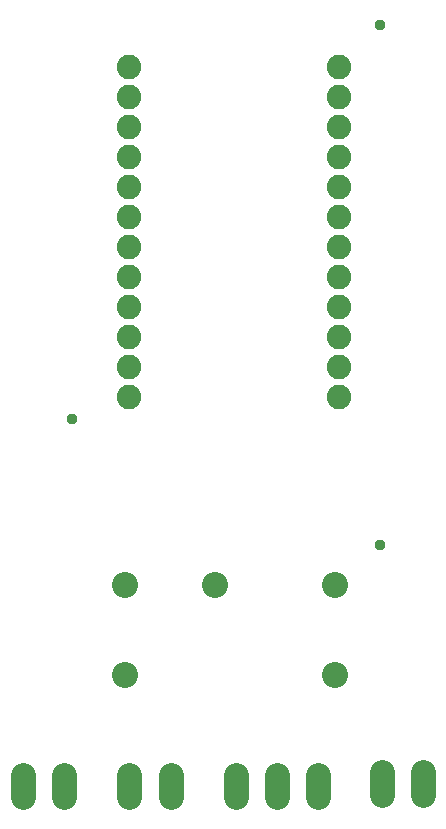
<source format=gbr>
G04 EAGLE Gerber X2 export*
%TF.Part,Single*%
%TF.FileFunction,Soldermask,Bot,1*%
%TF.FilePolarity,Negative*%
%TF.GenerationSoftware,Autodesk,EAGLE,9.1.3*%
%TF.CreationDate,2018-10-07T17:36:22Z*%
G75*
%MOMM*%
%FSLAX34Y34*%
%LPD*%
%AMOC8*
5,1,8,0,0,1.08239X$1,22.5*%
G01*
%ADD10C,2.082800*%
%ADD11C,2.078200*%
%ADD12C,2.209800*%
%ADD13C,0.959600*%


D10*
X156989Y634121D03*
X156989Y608721D03*
X156989Y583321D03*
X156989Y557921D03*
X156989Y532521D03*
X156989Y507121D03*
X156989Y481721D03*
X156989Y456321D03*
X156989Y430921D03*
X156989Y405521D03*
X156989Y380121D03*
X156989Y354721D03*
X334789Y354721D03*
X334789Y380121D03*
X334789Y405521D03*
X334789Y430921D03*
X334789Y456321D03*
X334789Y481721D03*
X334789Y507121D03*
X334789Y532521D03*
X334789Y557921D03*
X334789Y583321D03*
X334789Y608721D03*
X334789Y634121D03*
D11*
X282500Y35225D02*
X282500Y16475D01*
X247500Y16475D02*
X247500Y35225D01*
X317500Y35225D02*
X317500Y16475D01*
X192500Y16475D02*
X192500Y35225D01*
X157500Y35225D02*
X157500Y16475D01*
X102500Y16475D02*
X102500Y35225D01*
X67500Y35225D02*
X67500Y16475D01*
X406500Y18475D02*
X406500Y37225D01*
X371500Y37225D02*
X371500Y18475D01*
D12*
X331958Y196200D03*
X230358Y196200D03*
X154158Y196200D03*
X154158Y120000D03*
X331958Y120000D03*
D13*
X108966Y336804D03*
X370000Y670000D03*
X370000Y230000D03*
M02*

</source>
